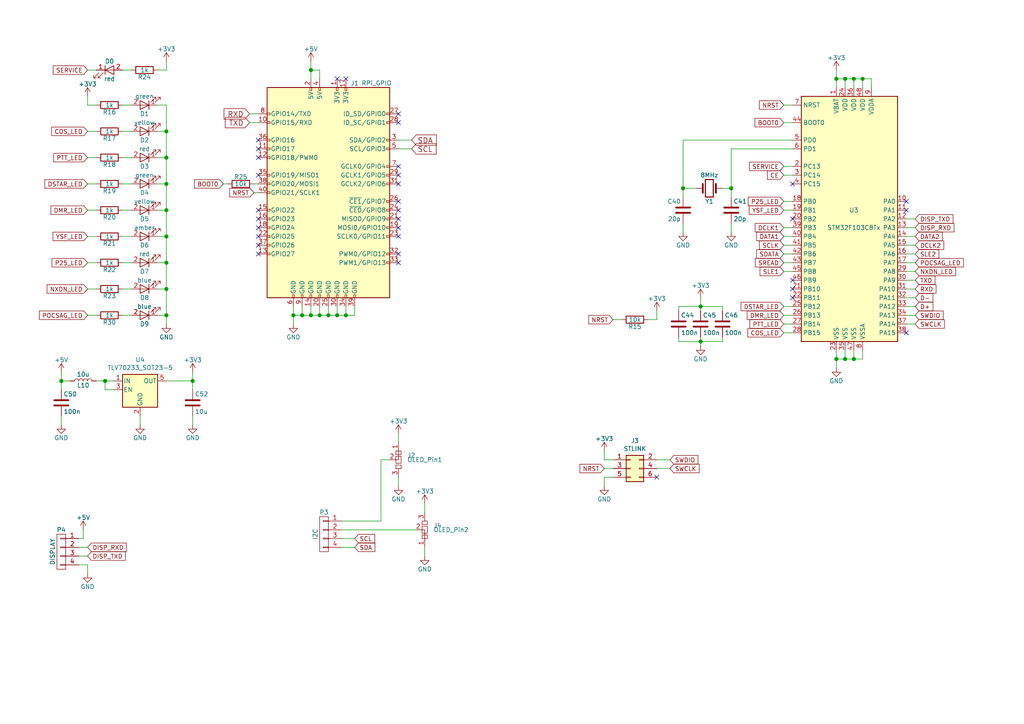
<source format=kicad_sch>
(kicad_sch (version 20200828) (generator eeschema)
  (page 2 2)
  (paper "A4")
  (title_block (title "MMDVM_HS_Dual_Hat") (date "2018-06-12") (rev "2.0") (company "DB9MAT+DF2ET+DO7EN"))
  (lib_symbols
    (symbol "Connector:Raspberry_Pi_2_3" (pin_names (offset 1.016))
      (property "Reference" "J" (at -17.78 31.75 0))
      (property "Value" "Raspberry_Pi_2_3" (at 10.16 -31.75 0))
      (symbol "Raspberry_Pi_2_3_1_1"
        (pin power_in line (at 2.54 33.02 270) (length 2.54) (name "3V3") (number "1"))
        (pin bidirectional line (at -20.32 20.32 0) (length 2.54) (name "GPIO15/RXD") (number "10"))
        (pin bidirectional line (at -20.32 12.7 0) (length 2.54) (name "GPIO17") (number "11"))
        (pin bidirectional line (at -20.32 10.16 0) (length 2.54) (name "GPIO18/PWM0") (number "12"))
        (pin bidirectional line (at -20.32 -17.78 0) (length 2.54) (name "GPIO27") (number "13"))
        (pin power_in line (at -5.08 -33.02 90) (length 2.54) (name "GND") (number "14"))
        (pin bidirectional line (at -20.32 -5.08 0) (length 2.54) (name "GPIO22") (number "15"))
        (pin bidirectional line (at -20.32 -7.62 0) (length 2.54) (name "GPIO23") (number "16"))
        (pin power_in line (at 5.08 33.02 270) (length 2.54) (name "3V3") (number "17"))
        (pin bidirectional line (at -20.32 -10.16 0) (length 2.54) (name "GPIO24") (number "18"))
        (pin bidirectional line (at 20.32 -10.16 180) (length 2.54) (name "MOSI0/GPIO10") (number "19"))
        (pin power_in line (at -5.08 33.02 270) (length 2.54) (name "5V") (number "2"))
        (pin power_in line (at -2.54 -33.02 90) (length 2.54) (name "GND") (number "20"))
        (pin bidirectional line (at 20.32 -7.62 180) (length 2.54) (name "MISO0/GPIO9") (number "21"))
        (pin bidirectional line (at -20.32 -12.7 0) (length 2.54) (name "GPIO25") (number "22"))
        (pin bidirectional line (at 20.32 -12.7 180) (length 2.54) (name "SCLK0/GPIO11") (number "23"))
        (pin bidirectional line (at 20.32 -5.08 180) (length 2.54) (name "~CE0~/GPIO8") (number "24"))
        (pin power_in line (at 0 -33.02 90) (length 2.54) (name "GND") (number "25"))
        (pin bidirectional line (at 20.32 -2.54 180) (length 2.54) (name "~CE1~/GPIO7") (number "26"))
        (pin bidirectional line (at 20.32 22.86 180) (length 2.54) (name "ID_SD/GPIO0") (number "27"))
        (pin bidirectional line (at 20.32 20.32 180) (length 2.54) (name "ID_SC/GPIO1") (number "28"))
        (pin bidirectional line (at 20.32 5.08 180) (length 2.54) (name "GCLK1/GPIO5") (number "29"))
        (pin bidirectional line (at 20.32 15.24 180) (length 2.54) (name "SDA/GPIO2") (number "3"))
        (pin power_in line (at 2.54 -33.02 90) (length 2.54) (name "GND") (number "30"))
        (pin bidirectional line (at 20.32 2.54 180) (length 2.54) (name "GCLK2/GPIO6") (number "31"))
        (pin bidirectional line (at 20.32 -17.78 180) (length 2.54) (name "PWM0/GPIO12") (number "32"))
        (pin bidirectional line (at 20.32 -20.32 180) (length 2.54) (name "PWM1/GPIO13") (number "33"))
        (pin power_in line (at 5.08 -33.02 90) (length 2.54) (name "GND") (number "34"))
        (pin bidirectional line (at -20.32 5.08 0) (length 2.54) (name "GPIO19/MISO1") (number "35"))
        (pin bidirectional line (at -20.32 15.24 0) (length 2.54) (name "GPIO16") (number "36"))
        (pin bidirectional line (at -20.32 -15.24 0) (length 2.54) (name "GPIO26") (number "37"))
        (pin bidirectional line (at -20.32 2.54 0) (length 2.54) (name "GPIO20/MOSI1") (number "38"))
        (pin power_in line (at 7.62 -33.02 90) (length 2.54) (name "GND") (number "39"))
        (pin power_in line (at -2.54 33.02 270) (length 2.54) (name "5V") (number "4"))
        (pin bidirectional line (at -20.32 0 0) (length 2.54) (name "GPIO21/SCLK1") (number "40"))
        (pin bidirectional line (at 20.32 12.7 180) (length 2.54) (name "SCL/GPIO3") (number "5"))
        (pin power_in line (at -10.16 -33.02 90) (length 2.54) (name "GND") (number "6"))
        (pin bidirectional line (at 20.32 7.62 180) (length 2.54) (name "GCLK0/GPIO4") (number "7"))
        (pin bidirectional line (at -20.32 22.86 0) (length 2.54) (name "GPIO14/TXD") (number "8"))
        (pin power_in line (at -7.62 -33.02 90) (length 2.54) (name "GND") (number "9"))
      )
    )
    (symbol "Connector_Generic:Conn_02x03_Odd_Even" (pin_names (offset 1.016) hide)
      (property "Reference" "J" (at 1.27 5.08 0))
      (property "Value" "Conn_02x03_Odd_Even" (at 1.27 -5.08 0))
      (symbol "Conn_02x03_Odd_Even_1_1"
        (pin passive line (at -5.08 2.54 0) (length 3.81) (name "Pin_1") (number "1"))
        (pin passive line (at 7.62 2.54 180) (length 3.81) (name "Pin_2") (number "2"))
        (pin passive line (at -5.08 0 0) (length 3.81) (name "Pin_3") (number "3"))
        (pin passive line (at 7.62 0 180) (length 3.81) (name "Pin_4") (number "4"))
        (pin passive line (at -5.08 -2.54 0) (length 3.81) (name "Pin_5") (number "5"))
        (pin passive line (at 7.62 -2.54 180) (length 3.81) (name "Pin_6") (number "6"))
      )
    )
    (symbol "MCU_ST_STM32F1:STM32F103C8Tx"
      (property "Reference" "U" (at -15.24 36.83 0))
      (property "Value" "STM32F103C8Tx" (at 7.62 36.83 0))
      (symbol "STM32F103C8Tx_1_1"
        (pin input line (at -17.78 27.94 0) (length 2.54) (name "BOOT0") (number "44"))
        (pin input line (at -17.78 33.02 0) (length 2.54) (name "NRST") (number "7"))
        (pin bidirectional line (at 15.24 5.08 180) (length 2.54) (name "PA0") (number "10"))
        (pin bidirectional line (at 15.24 2.54 180) (length 2.54) (name "PA1") (number "11"))
        (pin bidirectional line (at 15.24 -20.32 180) (length 2.54) (name "PA10") (number "31"))
        (pin bidirectional line (at 15.24 -22.86 180) (length 2.54) (name "PA11") (number "32"))
        (pin bidirectional line (at 15.24 -25.4 180) (length 2.54) (name "PA12") (number "33"))
        (pin bidirectional line (at 15.24 -27.94 180) (length 2.54) (name "PA13") (number "34"))
        (pin bidirectional line (at 15.24 -30.48 180) (length 2.54) (name "PA14") (number "37"))
        (pin bidirectional line (at 15.24 -33.02 180) (length 2.54) (name "PA15") (number "38"))
        (pin bidirectional line (at 15.24 0 180) (length 2.54) (name "PA2") (number "12"))
        (pin bidirectional line (at 15.24 -2.54 180) (length 2.54) (name "PA3") (number "13"))
        (pin bidirectional line (at 15.24 -5.08 180) (length 2.54) (name "PA4") (number "14"))
        (pin bidirectional line (at 15.24 -7.62 180) (length 2.54) (name "PA5") (number "15"))
        (pin bidirectional line (at 15.24 -10.16 180) (length 2.54) (name "PA6") (number "16"))
        (pin bidirectional line (at 15.24 -12.7 180) (length 2.54) (name "PA7") (number "17"))
        (pin bidirectional line (at 15.24 -15.24 180) (length 2.54) (name "PA8") (number "29"))
        (pin bidirectional line (at 15.24 -17.78 180) (length 2.54) (name "PA9") (number "30"))
        (pin bidirectional line (at -17.78 5.08 0) (length 2.54) (name "PB0") (number "18"))
        (pin bidirectional line (at -17.78 2.54 0) (length 2.54) (name "PB1") (number "19"))
        (pin bidirectional line (at -17.78 -20.32 0) (length 2.54) (name "PB10") (number "21"))
        (pin bidirectional line (at -17.78 -22.86 0) (length 2.54) (name "PB11") (number "22"))
        (pin bidirectional line (at -17.78 -25.4 0) (length 2.54) (name "PB12") (number "25"))
        (pin bidirectional line (at -17.78 -27.94 0) (length 2.54) (name "PB13") (number "26"))
        (pin bidirectional line (at -17.78 -30.48 0) (length 2.54) (name "PB14") (number "27"))
        (pin bidirectional line (at -17.78 -33.02 0) (length 2.54) (name "PB15") (number "28"))
        (pin bidirectional line (at -17.78 0 0) (length 2.54) (name "PB2") (number "20"))
        (pin bidirectional line (at -17.78 -2.54 0) (length 2.54) (name "PB3") (number "39"))
        (pin bidirectional line (at -17.78 -5.08 0) (length 2.54) (name "PB4") (number "40"))
        (pin bidirectional line (at -17.78 -7.62 0) (length 2.54) (name "PB5") (number "41"))
        (pin bidirectional line (at -17.78 -10.16 0) (length 2.54) (name "PB6") (number "42"))
        (pin bidirectional line (at -17.78 -12.7 0) (length 2.54) (name "PB7") (number "43"))
        (pin bidirectional line (at -17.78 -15.24 0) (length 2.54) (name "PB8") (number "45"))
        (pin bidirectional line (at -17.78 -17.78 0) (length 2.54) (name "PB9") (number "46"))
        (pin bidirectional line (at -17.78 15.24 0) (length 2.54) (name "PC13") (number "2"))
        (pin bidirectional line (at -17.78 12.7 0) (length 2.54) (name "PC14") (number "3"))
        (pin bidirectional line (at -17.78 10.16 0) (length 2.54) (name "PC15") (number "4"))
        (pin input line (at -17.78 22.86 0) (length 2.54) (name "PD0") (number "5"))
        (pin input line (at -17.78 20.32 0) (length 2.54) (name "PD1") (number "6"))
        (pin power_in line (at -5.08 38.1 270) (length 2.54) (name "VBAT") (number "1"))
        (pin power_in line (at -2.54 38.1 270) (length 2.54) (name "VDD") (number "24"))
        (pin power_in line (at 0 38.1 270) (length 2.54) (name "VDD") (number "36"))
        (pin power_in line (at 2.54 38.1 270) (length 2.54) (name "VDD") (number "48"))
        (pin power_in line (at 5.08 38.1 270) (length 2.54) (name "VDDA") (number "9"))
        (pin power_in line (at -5.08 -38.1 90) (length 2.54) (name "VSS") (number "23"))
        (pin power_in line (at -2.54 -38.1 90) (length 2.54) (name "VSS") (number "35"))
        (pin power_in line (at 0 -38.1 90) (length 2.54) (name "VSS") (number "47"))
        (pin power_in line (at 2.54 -38.1 90) (length 2.54) (name "VSSA") (number "8"))
      )
    )
    (symbol "Regulator_Linear:TLV70233_SOT23-5" (pin_names (offset 0.254))
      (property "Reference" "U" (at -3.81 5.715 0))
      (property "Value" "TLV70233_SOT23-5" (at 0 5.715 0))
      (symbol "TLV70233_SOT23-5_1_1"
        (pin power_in line (at -7.62 2.54 0) (length 2.54) (name "IN") (number "1"))
        (pin power_in line (at 0 -7.62 90) (length 2.54) (name "GND") (number "2"))
        (pin input line (at -7.62 0 0) (length 2.54) (name "EN") (number "3"))
        (pin unconnected line (at 5.08 0 180) (length 2.54) hide (name "NC") (number "4"))
        (pin power_out line (at 7.62 2.54 180) (length 2.54) (name "OUT") (number "5"))
      )
    )
    (symbol "mmdvm_hs_dual_hat-rescue:C-device-mmdvm_hs_dual_hat-rescue" (pin_numbers hide) (pin_names (offset 0.254))
      (property "Reference" "C" (at 0.635 2.54 0))
      (property "Value" "C-device-mmdvm_hs_dual_hat-rescue" (at 0.635 -2.54 0))
      (symbol "C-device-mmdvm_hs_dual_hat-rescue_1_1"
        (pin passive line (at 0 3.81 270) (length 2.794) (name "~") (number "1"))
        (pin passive line (at 0 -3.81 90) (length 2.794) (name "~") (number "2"))
      )
    )
    (symbol "mmdvm_hs_dual_hat-rescue:CONN_01X04-conn-mmdvm_hs_dual_hat-rescue" (pin_names (offset 1.016) hide)
      (property "Reference" "P" (at 0 6.35 0))
      (property "Value" "CONN_01X04-conn-mmdvm_hs_dual_hat-rescue" (at 2.54 0 90))
      (symbol "CONN_01X04-conn-mmdvm_hs_dual_hat-rescue_1_1"
        (pin passive line (at -5.08 3.81 0) (length 3.81) (name "P1") (number "1"))
        (pin passive line (at -5.08 1.27 0) (length 3.81) (name "P2") (number "2"))
        (pin passive line (at -5.08 -1.27 0) (length 3.81) (name "P3") (number "3"))
        (pin passive line (at -5.08 -3.81 0) (length 3.81) (name "P4") (number "4"))
      )
    )
    (symbol "mmdvm_hs_dual_hat-rescue:Crystal-device-mmdvm_hs_dual_hat-rescue" (pin_numbers hide) (pin_names (offset 1.016) hide)
      (property "Reference" "Y" (at 0 3.81 0))
      (property "Value" "Crystal-device-mmdvm_hs_dual_hat-rescue" (at 0 -3.81 0))
      (symbol "Crystal-device-mmdvm_hs_dual_hat-rescue_1_1"
        (pin passive line (at -3.81 0 0) (length 1.27) (name "1") (number "1"))
        (pin passive line (at 3.81 0 180) (length 1.27) (name "2") (number "2"))
      )
    )
    (symbol "mmdvm_hs_dual_hat-rescue:L-device-mmdvm_hs_dual_hat-rescue" (pin_numbers hide) (pin_names (offset 1.016) hide)
      (property "Reference" "L" (at -1.27 0 90))
      (property "Value" "L-device-mmdvm_hs_dual_hat-rescue" (at 1.905 0 90))
      (symbol "L-device-mmdvm_hs_dual_hat-rescue_1_1"
        (pin passive line (at 0 3.81 270) (length 1.27) (name "1") (number "1"))
        (pin passive line (at 0 -3.81 90) (length 1.27) (name "2") (number "2"))
      )
    )
    (symbol "mmdvm_hs_dual_hat-rescue:LED-RESCUE-mmdvm_hs-hat-RESCUE-mmdvm_hs_dual_hat-mmdvm_hs_dual_hat-rescue" (pin_names (offset 1.016) hide)
      (property "Reference" "D" (at 0 2.54 0))
      (property "Value" "LED-RESCUE-mmdvm_hs-hat-RESCUE-mmdvm_hs_dual_hat-mmdvm_hs_dual_hat-rescue" (at 0 -2.54 0))
      (symbol "LED-RESCUE-mmdvm_hs-hat-RESCUE-mmdvm_hs_dual_hat-mmdvm_hs_dual_hat-rescue_1_1"
        (pin passive line (at -3.81 0 0) (length 2.54) (name "K") (number "1"))
        (pin passive line (at 3.81 0 180) (length 2.54) (name "A") (number "2"))
      )
    )
    (symbol "mmdvm_hs_dual_hat-rescue:R-device-mmdvm_hs_dual_hat-rescue" (pin_numbers hide) (pin_names (offset 0))
      (property "Reference" "R" (at 2.032 0 90))
      (property "Value" "R-device-mmdvm_hs_dual_hat-rescue" (at 0 0 90))
      (symbol "R-device-mmdvm_hs_dual_hat-rescue_1_1"
        (pin passive line (at 0 3.81 270) (length 1.27) (name "~") (number "1"))
        (pin passive line (at 0 -3.81 90) (length 1.27) (name "~") (number "2"))
      )
    )
    (symbol "pkl_misc:pkl_double_jumper_ncno" (pin_names (offset 1.016))
      (property "Reference" "J" (at 0 -2.54 0))
      (property "Value" "pkl_double_jumper_ncno" (at 0 -5.08 0))
      (symbol "pkl_double_jumper_ncno_1_1"
        (pin passive line (at -5.08 0 0) (length 2.54) (name "~") (number "1"))
        (pin passive line (at 0 2.54 270) (length 1.27) (name "~") (number "2"))
        (pin passive line (at 5.08 0 180) (length 2.54) (name "~") (number "3"))
      )
    )
    (symbol "power:+3.3V" (power) (pin_names (offset 0))
      (property "Value" "+3.3V" (at 0 3.556 0))
      (symbol "+3.3V_1_1"
        (pin power_in line (at 0 0 90) (length 0) hide (name "+3V3") (number "1"))
      )
    )
    (symbol "power:+5V" (power) (pin_names (offset 0))
      (property "Value" "+5V" (at 0 3.556 0))
      (symbol "+5V_1_1"
        (pin power_in line (at 0 0 90) (length 0) hide (name "+5V") (number "1"))
      )
    )
    (symbol "power:GND" (power) (pin_names (offset 0))
      (property "Value" "GND" (at 0 -3.81 0))
      (symbol "GND_1_1"
        (pin power_in line (at 0 0 270) (length 0) hide (name "GND") (number "1"))
      )
    )
  )
  (junction (at 17.78 110.49) (diameter 1.016))
  (junction (at 30.48 110.49) (diameter 1.016))
  (junction (at 48.26 38.1) (diameter 1.016))
  (junction (at 48.26 45.72) (diameter 1.016))
  (junction (at 48.26 53.34) (diameter 1.016))
  (junction (at 48.26 60.96) (diameter 1.016))
  (junction (at 48.26 68.58) (diameter 1.016))
  (junction (at 48.26 76.2) (diameter 1.016))
  (junction (at 48.26 83.82) (diameter 1.016))
  (junction (at 48.26 91.44) (diameter 1.016))
  (junction (at 55.88 110.49) (diameter 1.016))
  (junction (at 85.09 91.44) (diameter 1.016))
  (junction (at 87.63 91.44) (diameter 1.016))
  (junction (at 90.17 20.32) (diameter 1.016))
  (junction (at 90.17 91.44) (diameter 1.016))
  (junction (at 92.71 91.44) (diameter 1.016))
  (junction (at 95.25 91.44) (diameter 1.016))
  (junction (at 97.79 91.44) (diameter 1.016))
  (junction (at 100.33 91.44) (diameter 1.016))
  (junction (at 198.12 54.61) (diameter 1.016))
  (junction (at 203.2 88.9) (diameter 1.016))
  (junction (at 203.2 99.06) (diameter 1.016))
  (junction (at 212.09 54.61) (diameter 1.016))
  (junction (at 242.57 22.86) (diameter 1.016))
  (junction (at 242.57 104.14) (diameter 1.016))
  (junction (at 245.11 22.86) (diameter 1.016))
  (junction (at 245.11 104.14) (diameter 1.016))
  (junction (at 247.65 22.86) (diameter 1.016))
  (junction (at 247.65 104.14) (diameter 1.016))
  (junction (at 250.19 22.86) (diameter 1.016))
  (no_connect (at 74.93 40.64))
  (no_connect (at 190.5 138.43))
  (no_connect (at 115.57 48.26))
  (no_connect (at 115.57 76.2))
  (no_connect (at 74.93 66.04))
  (no_connect (at 229.87 83.82))
  (no_connect (at 100.33 22.86))
  (no_connect (at 229.87 86.36))
  (no_connect (at 115.57 68.58))
  (no_connect (at 115.57 63.5))
  (no_connect (at 229.87 63.5))
  (no_connect (at 262.89 58.42))
  (no_connect (at 74.93 43.18))
  (no_connect (at 262.89 96.52))
  (no_connect (at 115.57 58.42))
  (no_connect (at 74.93 71.12))
  (no_connect (at 115.57 35.56))
  (no_connect (at 97.79 22.86))
  (no_connect (at 74.93 68.58))
  (no_connect (at 115.57 60.96))
  (no_connect (at 74.93 73.66))
  (no_connect (at 115.57 73.66))
  (no_connect (at 74.93 50.8))
  (no_connect (at 262.89 60.96))
  (no_connect (at 74.93 45.72))
  (no_connect (at 115.57 53.34))
  (no_connect (at 229.87 81.28))
  (no_connect (at 115.57 33.02))
  (no_connect (at 229.87 53.34))
  (no_connect (at 115.57 50.8))
  (no_connect (at 115.57 66.04))
  (no_connect (at 74.93 60.96))
  (no_connect (at 74.93 63.5))
  (wire (pts (xy 17.78 110.49) (xy 17.78 107.95)))
  (wire (pts (xy 17.78 110.49) (xy 20.32 110.49)))
  (wire (pts (xy 17.78 113.03) (xy 17.78 110.49)))
  (wire (pts (xy 17.78 120.65) (xy 17.78 123.19)))
  (wire (pts (xy 22.86 158.75) (xy 25.4 158.75)))
  (wire (pts (xy 22.86 161.29) (xy 25.4 161.29)))
  (wire (pts (xy 22.86 163.83) (xy 25.4 163.83)))
  (wire (pts (xy 24.13 153.67) (xy 24.13 156.21)))
  (wire (pts (xy 24.13 156.21) (xy 22.86 156.21)))
  (wire (pts (xy 25.4 20.32) (xy 27.94 20.32)))
  (wire (pts (xy 25.4 27.94) (xy 25.4 30.48)))
  (wire (pts (xy 25.4 30.48) (xy 27.94 30.48)))
  (wire (pts (xy 25.4 45.72) (xy 27.94 45.72)))
  (wire (pts (xy 25.4 60.96) (xy 27.94 60.96)))
  (wire (pts (xy 25.4 163.83) (xy 25.4 166.37)))
  (wire (pts (xy 27.94 38.1) (xy 25.4 38.1)))
  (wire (pts (xy 27.94 53.34) (xy 25.4 53.34)))
  (wire (pts (xy 27.94 68.58) (xy 25.4 68.58)))
  (wire (pts (xy 27.94 76.2) (xy 25.4 76.2)))
  (wire (pts (xy 27.94 83.82) (xy 25.4 83.82)))
  (wire (pts (xy 27.94 91.44) (xy 25.4 91.44)))
  (wire (pts (xy 27.94 110.49) (xy 30.48 110.49)))
  (wire (pts (xy 30.48 110.49) (xy 33.02 110.49)))
  (wire (pts (xy 30.48 113.03) (xy 30.48 110.49)))
  (wire (pts (xy 33.02 113.03) (xy 30.48 113.03)))
  (wire (pts (xy 35.56 20.32) (xy 38.1 20.32)))
  (wire (pts (xy 35.56 30.48) (xy 38.1 30.48)))
  (wire (pts (xy 35.56 38.1) (xy 38.1 38.1)))
  (wire (pts (xy 35.56 45.72) (xy 38.1 45.72)))
  (wire (pts (xy 38.1 53.34) (xy 35.56 53.34)))
  (wire (pts (xy 38.1 60.96) (xy 35.56 60.96)))
  (wire (pts (xy 38.1 68.58) (xy 35.56 68.58)))
  (wire (pts (xy 38.1 76.2) (xy 35.56 76.2)))
  (wire (pts (xy 38.1 83.82) (xy 35.56 83.82)))
  (wire (pts (xy 38.1 91.44) (xy 35.56 91.44)))
  (wire (pts (xy 40.64 120.65) (xy 40.64 123.19)))
  (wire (pts (xy 45.72 20.32) (xy 48.26 20.32)))
  (wire (pts (xy 45.72 83.82) (xy 48.26 83.82)))
  (wire (pts (xy 45.72 91.44) (xy 48.26 91.44)))
  (wire (pts (xy 48.26 20.32) (xy 48.26 17.78)))
  (wire (pts (xy 48.26 30.48) (xy 45.72 30.48)))
  (wire (pts (xy 48.26 30.48) (xy 48.26 38.1)))
  (wire (pts (xy 48.26 38.1) (xy 45.72 38.1)))
  (wire (pts (xy 48.26 38.1) (xy 48.26 45.72)))
  (wire (pts (xy 48.26 45.72) (xy 45.72 45.72)))
  (wire (pts (xy 48.26 45.72) (xy 48.26 53.34)))
  (wire (pts (xy 48.26 53.34) (xy 45.72 53.34)))
  (wire (pts (xy 48.26 53.34) (xy 48.26 60.96)))
  (wire (pts (xy 48.26 60.96) (xy 45.72 60.96)))
  (wire (pts (xy 48.26 60.96) (xy 48.26 68.58)))
  (wire (pts (xy 48.26 68.58) (xy 45.72 68.58)))
  (wire (pts (xy 48.26 68.58) (xy 48.26 76.2)))
  (wire (pts (xy 48.26 76.2) (xy 45.72 76.2)))
  (wire (pts (xy 48.26 76.2) (xy 48.26 83.82)))
  (wire (pts (xy 48.26 83.82) (xy 48.26 91.44)))
  (wire (pts (xy 48.26 91.44) (xy 48.26 93.98)))
  (wire (pts (xy 48.26 110.49) (xy 55.88 110.49)))
  (wire (pts (xy 55.88 107.95) (xy 55.88 110.49)))
  (wire (pts (xy 55.88 110.49) (xy 55.88 113.03)))
  (wire (pts (xy 55.88 120.65) (xy 55.88 123.19)))
  (wire (pts (xy 66.04 53.34) (xy 64.77 53.34)))
  (wire (pts (xy 74.93 33.02) (xy 72.39 33.02)))
  (wire (pts (xy 74.93 35.56) (xy 72.39 35.56)))
  (wire (pts (xy 74.93 53.34) (xy 73.66 53.34)))
  (wire (pts (xy 74.93 55.88) (xy 73.66 55.88)))
  (wire (pts (xy 85.09 88.9) (xy 85.09 91.44)))
  (wire (pts (xy 85.09 91.44) (xy 85.09 93.98)))
  (wire (pts (xy 85.09 91.44) (xy 87.63 91.44)))
  (wire (pts (xy 87.63 88.9) (xy 87.63 91.44)))
  (wire (pts (xy 87.63 91.44) (xy 90.17 91.44)))
  (wire (pts (xy 90.17 17.78) (xy 90.17 20.32)))
  (wire (pts (xy 90.17 20.32) (xy 90.17 22.86)))
  (wire (pts (xy 90.17 20.32) (xy 92.71 20.32)))
  (wire (pts (xy 90.17 88.9) (xy 90.17 91.44)))
  (wire (pts (xy 90.17 91.44) (xy 92.71 91.44)))
  (wire (pts (xy 92.71 20.32) (xy 92.71 22.86)))
  (wire (pts (xy 92.71 88.9) (xy 92.71 91.44)))
  (wire (pts (xy 92.71 91.44) (xy 95.25 91.44)))
  (wire (pts (xy 95.25 88.9) (xy 95.25 91.44)))
  (wire (pts (xy 95.25 91.44) (xy 97.79 91.44)))
  (wire (pts (xy 97.79 88.9) (xy 97.79 91.44)))
  (wire (pts (xy 97.79 91.44) (xy 100.33 91.44)))
  (wire (pts (xy 99.06 151.13) (xy 110.49 151.13)))
  (wire (pts (xy 99.06 153.67) (xy 120.65 153.67)))
  (wire (pts (xy 99.06 156.21) (xy 102.87 156.21)))
  (wire (pts (xy 99.06 158.75) (xy 102.87 158.75)))
  (wire (pts (xy 100.33 88.9) (xy 100.33 91.44)))
  (wire (pts (xy 100.33 91.44) (xy 102.87 91.44)))
  (wire (pts (xy 102.87 91.44) (xy 102.87 88.9)))
  (wire (pts (xy 110.49 133.35) (xy 110.49 151.13)))
  (wire (pts (xy 113.03 133.35) (xy 110.49 133.35)))
  (wire (pts (xy 115.57 40.64) (xy 119.38 40.64)))
  (wire (pts (xy 115.57 43.18) (xy 119.38 43.18)))
  (wire (pts (xy 115.57 125.73) (xy 115.57 128.27)))
  (wire (pts (xy 115.57 138.43) (xy 115.57 140.97)))
  (wire (pts (xy 123.19 146.05) (xy 123.19 148.59)))
  (wire (pts (xy 123.19 158.75) (xy 123.19 161.29)))
  (wire (pts (xy 175.26 133.35) (xy 175.26 130.81)))
  (wire (pts (xy 175.26 135.89) (xy 177.8 135.89)))
  (wire (pts (xy 175.26 138.43) (xy 175.26 140.97)))
  (wire (pts (xy 177.8 92.71) (xy 180.34 92.71)))
  (wire (pts (xy 177.8 133.35) (xy 175.26 133.35)))
  (wire (pts (xy 177.8 138.43) (xy 175.26 138.43)))
  (wire (pts (xy 187.96 92.71) (xy 190.5 92.71)))
  (wire (pts (xy 190.5 92.71) (xy 190.5 90.17)))
  (wire (pts (xy 190.5 133.35) (xy 194.31 133.35)))
  (wire (pts (xy 190.5 135.89) (xy 194.31 135.89)))
  (wire (pts (xy 196.85 88.9) (xy 196.85 90.17)))
  (wire (pts (xy 196.85 88.9) (xy 203.2 88.9)))
  (wire (pts (xy 196.85 97.79) (xy 196.85 99.06)))
  (wire (pts (xy 196.85 99.06) (xy 203.2 99.06)))
  (wire (pts (xy 198.12 40.64) (xy 229.87 40.64)))
  (wire (pts (xy 198.12 54.61) (xy 198.12 40.64)))
  (wire (pts (xy 198.12 57.15) (xy 198.12 54.61)))
  (wire (pts (xy 198.12 64.77) (xy 198.12 67.31)))
  (wire (pts (xy 201.93 54.61) (xy 198.12 54.61)))
  (wire (pts (xy 203.2 86.36) (xy 203.2 88.9)))
  (wire (pts (xy 203.2 88.9) (xy 203.2 90.17)))
  (wire (pts (xy 203.2 88.9) (xy 209.55 88.9)))
  (wire (pts (xy 203.2 97.79) (xy 203.2 99.06)))
  (wire (pts (xy 203.2 99.06) (xy 203.2 100.33)))
  (wire (pts (xy 203.2 99.06) (xy 209.55 99.06)))
  (wire (pts (xy 209.55 54.61) (xy 212.09 54.61)))
  (wire (pts (xy 209.55 88.9) (xy 209.55 90.17)))
  (wire (pts (xy 209.55 99.06) (xy 209.55 97.79)))
  (wire (pts (xy 212.09 43.18) (xy 212.09 54.61)))
  (wire (pts (xy 212.09 43.18) (xy 229.87 43.18)))
  (wire (pts (xy 212.09 54.61) (xy 212.09 57.15)))
  (wire (pts (xy 212.09 64.77) (xy 212.09 67.31)))
  (wire (pts (xy 227.33 30.48) (xy 229.87 30.48)))
  (wire (pts (xy 227.33 35.56) (xy 229.87 35.56)))
  (wire (pts (xy 227.33 48.26) (xy 229.87 48.26)))
  (wire (pts (xy 227.33 50.8) (xy 229.87 50.8)))
  (wire (pts (xy 227.33 66.04) (xy 229.87 66.04)))
  (wire (pts (xy 227.33 68.58) (xy 229.87 68.58)))
  (wire (pts (xy 227.33 71.12) (xy 229.87 71.12)))
  (wire (pts (xy 227.33 73.66) (xy 229.87 73.66)))
  (wire (pts (xy 227.33 76.2) (xy 229.87 76.2)))
  (wire (pts (xy 227.33 78.74) (xy 229.87 78.74)))
  (wire (pts (xy 227.33 88.9) (xy 229.87 88.9)))
  (wire (pts (xy 227.33 91.44) (xy 229.87 91.44)))
  (wire (pts (xy 227.33 93.98) (xy 229.87 93.98)))
  (wire (pts (xy 227.33 96.52) (xy 229.87 96.52)))
  (wire (pts (xy 229.87 58.42) (xy 227.33 58.42)))
  (wire (pts (xy 229.87 60.96) (xy 227.33 60.96)))
  (wire (pts (xy 242.57 20.32) (xy 242.57 22.86)))
  (wire (pts (xy 242.57 22.86) (xy 245.11 22.86)))
  (wire (pts (xy 242.57 25.4) (xy 242.57 22.86)))
  (wire (pts (xy 242.57 101.6) (xy 242.57 104.14)))
  (wire (pts (xy 242.57 104.14) (xy 242.57 106.68)))
  (wire (pts (xy 242.57 104.14) (xy 245.11 104.14)))
  (wire (pts (xy 245.11 22.86) (xy 247.65 22.86)))
  (wire (pts (xy 245.11 25.4) (xy 245.11 22.86)))
  (wire (pts (xy 245.11 101.6) (xy 245.11 104.14)))
  (wire (pts (xy 245.11 104.14) (xy 247.65 104.14)))
  (wire (pts (xy 247.65 22.86) (xy 250.19 22.86)))
  (wire (pts (xy 247.65 25.4) (xy 247.65 22.86)))
  (wire (pts (xy 247.65 101.6) (xy 247.65 104.14)))
  (wire (pts (xy 247.65 104.14) (xy 250.19 104.14)))
  (wire (pts (xy 250.19 22.86) (xy 252.73 22.86)))
  (wire (pts (xy 250.19 25.4) (xy 250.19 22.86)))
  (wire (pts (xy 250.19 104.14) (xy 250.19 101.6)))
  (wire (pts (xy 252.73 22.86) (xy 252.73 25.4)))
  (wire (pts (xy 262.89 63.5) (xy 265.43 63.5)))
  (wire (pts (xy 262.89 66.04) (xy 265.43 66.04)))
  (wire (pts (xy 262.89 68.58) (xy 265.43 68.58)))
  (wire (pts (xy 262.89 73.66) (xy 265.43 73.66)))
  (wire (pts (xy 262.89 76.2) (xy 265.43 76.2)))
  (wire (pts (xy 262.89 78.74) (xy 265.43 78.74)))
  (wire (pts (xy 262.89 81.28) (xy 265.43 81.28)))
  (wire (pts (xy 262.89 83.82) (xy 265.43 83.82)))
  (wire (pts (xy 262.89 86.36) (xy 265.43 86.36)))
  (wire (pts (xy 262.89 88.9) (xy 265.43 88.9)))
  (wire (pts (xy 262.89 91.44) (xy 265.43 91.44)))
  (wire (pts (xy 262.89 93.98) (xy 265.43 93.98)))
  (wire (pts (xy 265.43 71.12) (xy 262.89 71.12)))
  (global_label "SERVICE" (shape input) (at 25.4 20.32 180) (effects (font (size 1.2446 1.2446))))
  (global_label "COS_LED" (shape input) (at 25.4 38.1 180) (effects (font (size 1.2446 1.2446))))
  (global_label "PTT_LED" (shape input) (at 25.4 45.72 180) (effects (font (size 1.2446 1.2446))))
  (global_label "DSTAR_LED" (shape input) (at 25.4 53.34 180) (effects (font (size 1.2446 1.2446))))
  (global_label "DMR_LED" (shape input) (at 25.4 60.96 180) (effects (font (size 1.2446 1.2446))))
  (global_label "YSF_LED" (shape input) (at 25.4 68.58 180) (effects (font (size 1.2446 1.2446))))
  (global_label "P25_LED" (shape input) (at 25.4 76.2 180) (effects (font (size 1.2446 1.2446))))
  (global_label "NXDN_LED" (shape input) (at 25.4 83.82 180) (effects (font (size 1.2446 1.2446))))
  (global_label "POCSAG_LED" (shape input) (at 25.4 91.44 180) (effects (font (size 1.2446 1.2446))))
  (global_label "DISP_RXD" (shape input) (at 25.4 158.75 0) (effects (font (size 1.2446 1.2446))))
  (global_label "DISP_TXD" (shape input) (at 25.4 161.29 0) (effects (font (size 1.2446 1.2446))))
  (global_label "BOOT0" (shape input) (at 64.77 53.34 180) (effects (font (size 1.2446 1.2446))))
  (global_label "RXD" (shape input) (at 72.39 33.02 180) (effects (font (size 1.524 1.524))))
  (global_label "TXD" (shape input) (at 72.39 35.56 180) (effects (font (size 1.524 1.524))))
  (global_label "NRST" (shape input) (at 73.66 55.88 180) (effects (font (size 1.2446 1.2446))))
  (global_label "SCL" (shape input) (at 102.87 156.21 0) (effects (font (size 1.2446 1.2446))))
  (global_label "SDA" (shape input) (at 102.87 158.75 0) (effects (font (size 1.2446 1.2446))))
  (global_label "SDA" (shape input) (at 119.38 40.64 0) (effects (font (size 1.524 1.524))))
  (global_label "SCL" (shape input) (at 119.38 43.18 0) (effects (font (size 1.524 1.524))))
  (global_label "NRST" (shape input) (at 175.26 135.89 180) (effects (font (size 1.2446 1.2446))))
  (global_label "NRST" (shape input) (at 177.8 92.71 180) (effects (font (size 1.2446 1.2446))))
  (global_label "SWDIO" (shape input) (at 194.31 133.35 0) (effects (font (size 1.2446 1.2446))))
  (global_label "SWCLK" (shape input) (at 194.31 135.89 0) (effects (font (size 1.2446 1.2446))))
  (global_label "NRST" (shape input) (at 227.33 30.48 180) (effects (font (size 1.2446 1.2446))))
  (global_label "BOOT0" (shape input) (at 227.33 35.56 180) (effects (font (size 1.2446 1.2446))))
  (global_label "SERVICE" (shape input) (at 227.33 48.26 180) (effects (font (size 1.2446 1.2446))))
  (global_label "CE" (shape input) (at 227.33 50.8 180) (effects (font (size 1.2446 1.2446))))
  (global_label "P25_LED" (shape input) (at 227.33 58.42 180) (effects (font (size 1.2446 1.2446))))
  (global_label "YSF_LED" (shape input) (at 227.33 60.96 180) (effects (font (size 1.2446 1.2446))))
  (global_label "DCLK1" (shape input) (at 227.33 66.04 180) (effects (font (size 1.2446 1.2446))))
  (global_label "DATA1" (shape input) (at 227.33 68.58 180) (effects (font (size 1.2446 1.2446))))
  (global_label "SCLK" (shape input) (at 227.33 71.12 180) (effects (font (size 1.2446 1.2446))))
  (global_label "SDATA" (shape input) (at 227.33 73.66 180) (effects (font (size 1.2446 1.2446))))
  (global_label "SREAD" (shape input) (at 227.33 76.2 180) (effects (font (size 1.2446 1.2446))))
  (global_label "SLE1" (shape input) (at 227.33 78.74 180) (effects (font (size 1.2446 1.2446))))
  (global_label "DSTAR_LED" (shape input) (at 227.33 88.9 180) (effects (font (size 1.2446 1.2446))))
  (global_label "DMR_LED" (shape input) (at 227.33 91.44 180) (effects (font (size 1.2446 1.2446))))
  (global_label "PTT_LED" (shape input) (at 227.33 93.98 180) (effects (font (size 1.2446 1.2446))))
  (global_label "COS_LED" (shape input) (at 227.33 96.52 180) (effects (font (size 1.2446 1.2446))))
  (global_label "DISP_TXD" (shape input) (at 265.43 63.5 0) (effects (font (size 1.2446 1.2446))))
  (global_label "DISP_RXD" (shape input) (at 265.43 66.04 0) (effects (font (size 1.2446 1.2446))))
  (global_label "DATA2" (shape input) (at 265.43 68.58 0) (effects (font (size 1.2446 1.2446))))
  (global_label "DCLK2" (shape input) (at 265.43 71.12 0) (effects (font (size 1.2446 1.2446))))
  (global_label "SLE2" (shape input) (at 265.43 73.66 0) (effects (font (size 1.2446 1.2446))))
  (global_label "POCSAG_LED" (shape input) (at 265.43 76.2 0) (effects (font (size 1.2446 1.2446))))
  (global_label "NXDN_LED" (shape input) (at 265.43 78.74 0) (effects (font (size 1.2446 1.2446))))
  (global_label "TXD" (shape input) (at 265.43 81.28 0) (effects (font (size 1.2446 1.2446))))
  (global_label "RXD" (shape input) (at 265.43 83.82 0) (effects (font (size 1.2446 1.2446))))
  (global_label "D-" (shape input) (at 265.43 86.36 0) (effects (font (size 1.2446 1.2446))))
  (global_label "D+" (shape input) (at 265.43 88.9 0) (effects (font (size 1.2446 1.2446))))
  (global_label "SWDIO" (shape input) (at 265.43 91.44 0) (effects (font (size 1.2446 1.2446))))
  (global_label "SWCLK" (shape input) (at 265.43 93.98 0) (effects (font (size 1.2446 1.2446))))
  (symbol (lib_id "power:+5V") (at 17.78 107.95 0) (unit 1)
    (property "Reference" "#PWR0102" (effects hide))
    (property "Value" "+5V" (at 17.78 104.394 0))
  )
  (symbol (lib_id "power:+5V") (at 24.13 153.67 0) (unit 1)
    (property "Reference" "#PWR022" (effects hide))
    (property "Value" "+5V" (at 24.13 150.114 0))
  )
  (symbol (lib_id "power:+3.3V") (at 25.4 27.94 0) (unit 1)
    (property "Reference" "#PWR080" (effects hide))
    (property "Value" "+3.3V" (at 25.4 24.384 0))
  )
  (symbol (lib_id "power:+3.3V") (at 48.26 17.78 0) (unit 1)
    (property "Reference" "#PWR083" (effects hide))
    (property "Value" "+3.3V" (at 48.26 14.224 0))
  )
  (symbol (lib_id "power:+3.3V") (at 55.88 107.95 0) (unit 1)
    (property "Reference" "#PWR0109" (effects hide))
    (property "Value" "+3.3V" (at 55.88 104.394 0))
  )
  (symbol (lib_id "power:+5V") (at 90.17 17.78 0) (unit 1)
    (property "Reference" "#PWR087" (effects hide))
    (property "Value" "+5V" (at 90.17 14.224 0))
  )
  (symbol (lib_id "power:+3.3V") (at 115.57 125.73 0) (unit 1)
    (property "Reference" "#PWR053" (effects hide))
    (property "Value" "+3.3V" (at 115.57 122.174 0))
  )
  (symbol (lib_id "power:+3.3V") (at 123.19 146.05 0) (unit 1)
    (property "Reference" "#PWR01" (effects hide))
    (property "Value" "+3.3V" (at 123.19 142.494 0))
  )
  (symbol (lib_id "power:+3.3V") (at 175.26 130.81 0) (mirror y) (unit 1)
    (property "Reference" "#PWR061" (effects hide))
    (property "Value" "+3.3V" (at 175.26 127.254 0))
  )
  (symbol (lib_id "power:+3.3V") (at 190.5 90.17 0) (mirror y) (unit 1)
    (property "Reference" "#PWR078" (effects hide))
    (property "Value" "+3.3V" (at 190.5 86.614 0))
  )
  (symbol (lib_id "power:+3.3V") (at 203.2 86.36 0) (unit 1)
    (property "Reference" "#PWR081" (effects hide))
    (property "Value" "+3.3V" (at 203.2 82.804 0))
  )
  (symbol (lib_id "power:+3.3V") (at 242.57 20.32 0) (unit 1)
    (property "Reference" "#PWR0108" (effects hide))
    (property "Value" "+3.3V" (at 242.57 16.764 0))
  )
  (symbol (lib_id "mmdvm_hs_dual_hat-rescue:L-device-mmdvm_hs_dual_hat-rescue") (at 24.13 110.49 90) (unit 1)
    (property "Reference" "L10" (at 24.13 111.76 90))
    (property "Value" "10u" (at 24.13 108.585 90))
    (property "Footprint" "pkl_dipol:L_0402" (effects hide))
    (property "Datasheet" "http://www.mouser.com/ds/2/445/74279277-372706.pdf" (effects hide))
    (property "MFR" "Wurth Electronics" (effects hide))
    (property "MPN" "74279277" (effects hide))
    (property "SPR" "Mouser" (effects hide))
    (property "SPN" "710-74279277" (effects hide))
  )
  (symbol (lib_id "power:GND") (at 17.78 123.19 0) (unit 1)
    (property "Reference" "#PWR0107" (effects hide))
    (property "Value" "GND" (at 17.78 127 0))
  )
  (symbol (lib_id "power:GND") (at 25.4 166.37 0) (unit 1)
    (property "Reference" "#PWR09" (effects hide))
    (property "Value" "GND" (at 25.4 170.18 0))
  )
  (symbol (lib_id "power:GND") (at 40.64 123.19 0) (unit 1)
    (property "Reference" "#PWR0103" (effects hide))
    (property "Value" "GND" (at 40.64 127 0))
  )
  (symbol (lib_id "power:GND") (at 48.26 93.98 0) (unit 1)
    (property "Reference" "#PWR084" (effects hide))
    (property "Value" "GND" (at 48.26 97.79 0))
  )
  (symbol (lib_id "power:GND") (at 55.88 123.19 0) (unit 1)
    (property "Reference" "#PWR0110" (effects hide))
    (property "Value" "GND" (at 55.88 127 0))
  )
  (symbol (lib_id "power:GND") (at 85.09 93.98 0) (unit 1)
    (property "Reference" "#PWR086" (effects hide))
    (property "Value" "GND" (at 85.09 97.79 0))
  )
  (symbol (lib_id "power:GND") (at 115.57 140.97 0) (unit 1)
    (property "Reference" "#PWR023" (effects hide))
    (property "Value" "GND" (at 115.57 144.78 0))
  )
  (symbol (lib_id "power:GND") (at 123.19 161.29 0) (unit 1)
    (property "Reference" "#PWR02" (effects hide))
    (property "Value" "GND" (at 123.19 165.1 0))
  )
  (symbol (lib_id "power:GND") (at 175.26 140.97 0) (unit 1)
    (property "Reference" "#PWR056" (effects hide))
    (property "Value" "GND" (at 175.26 144.78 0))
  )
  (symbol (lib_id "power:GND") (at 198.12 67.31 0) (unit 1)
    (property "Reference" "#PWR0111" (effects hide))
    (property "Value" "GND" (at 198.12 71.12 0))
  )
  (symbol (lib_id "power:GND") (at 203.2 100.33 0) (unit 1)
    (property "Reference" "#PWR082" (effects hide))
    (property "Value" "GND" (at 203.2 104.14 0))
  )
  (symbol (lib_id "power:GND") (at 212.09 67.31 0) (unit 1)
    (property "Reference" "#PWR0112" (effects hide))
    (property "Value" "GND" (at 212.09 71.12 0))
  )
  (symbol (lib_id "power:GND") (at 242.57 106.68 0) (unit 1)
    (property "Reference" "#PWR0101" (effects hide))
    (property "Value" "GND" (at 242.57 110.49 0))
  )
  (symbol (lib_id "mmdvm_hs_dual_hat-rescue:R-device-mmdvm_hs_dual_hat-rescue") (at 31.75 30.48 270) (unit 1)
    (property "Reference" "R16" (at 31.75 32.512 90))
    (property "Value" "1k" (at 31.75 30.48 90))
    (property "Footprint" "pkl_dipol:R_0402" (effects hide))
    (property "Datasheet" "https://www.mouser.com/ds/2/427/rcse3-1013761.pdf" (effects hide))
    (property "MFR" "Vishay" (effects hide))
    (property "MPN" "RCS04021K00JNED" (effects hide))
    (property "SPR" "Mouser" (effects hide))
    (property "SPN" "71-RCS04021K00JNED" (effects hide))
  )
  (symbol (lib_id "mmdvm_hs_dual_hat-rescue:R-device-mmdvm_hs_dual_hat-rescue") (at 31.75 38.1 270) (unit 1)
    (property "Reference" "R17" (at 31.75 40.132 90))
    (property "Value" "1k" (at 31.75 38.1 90))
    (property "Footprint" "pkl_dipol:R_0402" (effects hide))
    (property "Datasheet" "https://www.mouser.com/ds/2/427/rcse3-1013761.pdf" (effects hide))
    (property "MFR" "Vishay" (effects hide))
    (property "MPN" "RCS04021K00JNED" (effects hide))
    (property "SPR" "Mouser" (effects hide))
    (property "SPN" "71-RCS04021K00JNED" (effects hide))
  )
  (symbol (lib_id "mmdvm_hs_dual_hat-rescue:R-device-mmdvm_hs_dual_hat-rescue") (at 31.75 45.72 270) (unit 1)
    (property "Reference" "R18" (at 31.75 47.752 90))
    (property "Value" "1k" (at 31.75 45.72 90))
    (property "Footprint" "pkl_dipol:R_0402" (effects hide))
    (property "Datasheet" "https://www.mouser.com/ds/2/427/rcse3-1013761.pdf" (effects hide))
    (property "MFR" "Vishay" (effects hide))
    (property "MPN" "RCS04021K00JNED" (effects hide))
    (property "SPR" "Mouser" (effects hide))
    (property "SPN" "71-RCS04021K00JNED" (effects hide))
  )
  (symbol (lib_id "mmdvm_hs_dual_hat-rescue:R-device-mmdvm_hs_dual_hat-rescue") (at 31.75 53.34 270) (unit 1)
    (property "Reference" "R19" (at 31.75 55.372 90))
    (property "Value" "1k" (at 31.75 53.34 90))
    (property "Footprint" "pkl_dipol:R_0402" (effects hide))
    (property "Datasheet" "https://www.mouser.com/ds/2/427/rcse3-1013761.pdf" (effects hide))
    (property "MFR" "Vishay" (effects hide))
    (property "MPN" "RCS04021K00JNED" (effects hide))
    (property "SPR" "Mouser" (effects hide))
    (property "SPN" "71-RCS04021K00JNED" (effects hide))
  )
  (symbol (lib_id "mmdvm_hs_dual_hat-rescue:R-device-mmdvm_hs_dual_hat-rescue") (at 31.75 60.96 270) (unit 1)
    (property "Reference" "R20" (at 31.75 62.992 90))
    (property "Value" "1k" (at 31.75 60.96 90))
    (property "Footprint" "pkl_dipol:R_0402" (effects hide))
    (property "Datasheet" "https://www.mouser.com/ds/2/427/rcse3-1013761.pdf" (effects hide))
    (property "MFR" "Vishay" (effects hide))
    (property "MPN" "RCS04021K00JNED" (effects hide))
    (property "SPR" "Mouser" (effects hide))
    (property "SPN" "71-RCS04021K00JNED" (effects hide))
  )
  (symbol (lib_id "mmdvm_hs_dual_hat-rescue:R-device-mmdvm_hs_dual_hat-rescue") (at 31.75 68.58 270) (unit 1)
    (property "Reference" "R21" (at 31.75 70.612 90))
    (property "Value" "1k" (at 31.75 68.58 90))
    (property "Footprint" "pkl_dipol:R_0402" (effects hide))
    (property "Datasheet" "https://www.mouser.com/ds/2/427/rcse3-1013761.pdf" (effects hide))
    (property "MFR" "Vishay" (effects hide))
    (property "MPN" "RCS04021K00JNED" (effects hide))
    (property "SPR" "Mouser" (effects hide))
    (property "SPN" "71-RCS04021K00JNED" (effects hide))
  )
  (symbol (lib_id "mmdvm_hs_dual_hat-rescue:R-device-mmdvm_hs_dual_hat-rescue") (at 31.75 76.2 270) (unit 1)
    (property "Reference" "R22" (at 31.75 78.232 90))
    (property "Value" "1k" (at 31.75 76.2 90))
    (property "Footprint" "pkl_dipol:R_0402" (effects hide))
    (property "Datasheet" "https://www.mouser.com/ds/2/427/rcse3-1013761.pdf" (effects hide))
    (property "MFR" "Vishay" (effects hide))
    (property "MPN" "RCS04021K00JNED" (effects hide))
    (property "SPR" "Mouser" (effects hide))
    (property "SPN" "71-RCS04021K00JNED" (effects hide))
  )
  (symbol (lib_id "mmdvm_hs_dual_hat-rescue:R-device-mmdvm_hs_dual_hat-rescue") (at 31.75 83.82 270) (unit 1)
    (property "Reference" "R23" (at 31.75 85.852 90))
    (property "Value" "1k" (at 31.75 83.82 90))
    (property "Footprint" "pkl_dipol:R_0402" (effects hide))
    (property "Datasheet" "https://www.mouser.com/ds/2/427/rcse3-1013761.pdf" (effects hide))
    (property "MFR" "Vishay" (effects hide))
    (property "MPN" "RCS04021K00JNED" (effects hide))
    (property "SPR" "Mouser" (effects hide))
    (property "SPN" "71-RCS04021K00JNED" (effects hide))
  )
  (symbol (lib_id "mmdvm_hs_dual_hat-rescue:R-device-mmdvm_hs_dual_hat-rescue") (at 31.75 91.44 270) (unit 1)
    (property "Reference" "R30" (at 31.75 93.472 90))
    (property "Value" "1k" (at 31.75 91.44 90))
    (property "Footprint" "pkl_dipol:R_0402" (effects hide))
    (property "Datasheet" "https://www.mouser.com/ds/2/427/rcse3-1013761.pdf" (effects hide))
    (property "MFR" "Vishay" (effects hide))
    (property "MPN" "RCS04021K00JNED" (effects hide))
    (property "SPR" "Mouser" (effects hide))
    (property "SPN" "71-RCS04021K00JNED" (effects hide))
  )
  (symbol (lib_id "mmdvm_hs_dual_hat-rescue:R-device-mmdvm_hs_dual_hat-rescue") (at 41.91 20.32 270) (unit 1)
    (property "Reference" "R24" (at 41.91 22.352 90))
    (property "Value" "1k" (at 41.91 20.32 90))
    (property "Footprint" "pkl_dipol:R_0402" (effects hide))
    (property "Datasheet" "https://www.mouser.com/ds/2/427/rcse3-1013761.pdf" (effects hide))
    (property "MFR" "Vishay" (effects hide))
    (property "MPN" "RCS04021K00JNED" (effects hide))
    (property "SPR" "Mouser" (effects hide))
    (property "SPN" "71-RCS04021K00JNED" (effects hide))
  )
  (symbol (lib_id "mmdvm_hs_dual_hat-rescue:R-device-mmdvm_hs_dual_hat-rescue") (at 69.85 53.34 90) (unit 1)
    (property "Reference" "R25" (at 69.85 51.308 90))
    (property "Value" "10k" (at 69.85 53.34 90))
    (property "Footprint" "pkl_dipol:R_0402" (effects hide))
    (property "Datasheet" "https://www.mouser.com/ds/2/427/crcwce3-1223726.pdf" (effects hide))
    (property "MFR" "Vishay" (effects hide))
    (property "MPN" "CRCW040210K0JNEDC" (effects hide))
    (property "SPR" "Mouser" (effects hide))
    (property "SPN" "71-CRCW040210K0JNEDC" (effects hide))
  )
  (symbol (lib_id "mmdvm_hs_dual_hat-rescue:R-device-mmdvm_hs_dual_hat-rescue") (at 184.15 92.71 90) (mirror x) (unit 1)
    (property "Reference" "R15" (at 184.15 94.742 90))
    (property "Value" "10k" (at 184.15 92.71 90))
    (property "Footprint" "pkl_dipol:R_0402" (effects hide))
    (property "Datasheet" "https://www.mouser.com/ds/2/427/crcwce3-1223726.pdf" (effects hide))
    (property "MFR" "Vishay" (effects hide))
    (property "MPN" "CRCW040210K0JNEDC" (effects hide))
    (property "SPR" "Mouser" (effects hide))
    (property "SPN" "71-CRCW040210K0JNEDC" (effects hide))
  )
  (symbol (lib_id "mmdvm_hs_dual_hat-rescue:LED-RESCUE-mmdvm_hs-hat-RESCUE-mmdvm_hs_dual_hat-mmdvm_hs_dual_hat-rescue") (at 31.75 20.32 0) (unit 1)
    (property "Reference" "D0" (at 31.75 17.78 0))
    (property "Value" "red" (at 31.75 22.86 0))
    (property "Footprint" "LED_SMD:LED_0402_1005Metric" (effects hide))
    (property "Datasheet" "http://www.mouser.com/ds/2/216/APHHS1005SURCK-32322.pdf" (effects hide))
    (property "MFR" "Kingbright" (effects hide))
    (property "MPN" "APHHS1005SURCK" (effects hide))
    (property "SPR" "Mouser" (effects hide))
    (property "SPN" "604-APHHS1005SURCK" (effects hide))
  )
  (symbol (lib_id "mmdvm_hs_dual_hat-rescue:LED-RESCUE-mmdvm_hs-hat-RESCUE-mmdvm_hs_dual_hat-mmdvm_hs_dual_hat-rescue") (at 41.91 30.48 180) (unit 1)
    (property "Reference" "D1" (at 41.91 33.02 0))
    (property "Value" "green" (at 41.91 27.94 0))
    (property "Footprint" "LED_SMD:LED_0402_1005Metric" (effects hide))
    (property "Datasheet" "http://www.mouser.com/ds/2/216/APHHS1005CGCK-38896.pdf" (effects hide))
    (property "MFR" "Kingbright" (effects hide))
    (property "MPN" "APHHS1005CGCK" (effects hide))
    (property "SPR" "Mouser" (effects hide))
    (property "SPN" "604-APHHS1005CGCK" (effects hide))
  )
  (symbol (lib_id "mmdvm_hs_dual_hat-rescue:LED-RESCUE-mmdvm_hs-hat-RESCUE-mmdvm_hs_dual_hat-mmdvm_hs_dual_hat-rescue") (at 41.91 38.1 180) (unit 1)
    (property "Reference" "D2" (at 41.91 40.64 0))
    (property "Value" "yellow" (at 41.91 35.56 0))
    (property "Footprint" "LED_SMD:LED_0402_1005Metric" (effects hide))
    (property "Datasheet" "https://www.mouser.com/ds/2/216/APHHS1005SYCK-76875.pdf" (effects hide))
    (property "MFR" "Kingbright" (effects hide))
    (property "MPN" "APHHS1005SYCK" (effects hide))
    (property "SPR" "Mouser" (effects hide))
    (property "SPN" "604-APHHS1005SYCK" (effects hide))
  )
  (symbol (lib_id "mmdvm_hs_dual_hat-rescue:LED-RESCUE-mmdvm_hs-hat-RESCUE-mmdvm_hs_dual_hat-mmdvm_hs_dual_hat-rescue") (at 41.91 45.72 180) (unit 1)
    (property "Reference" "D3" (at 41.91 48.26 0))
    (property "Value" "red" (at 41.91 43.18 0))
    (property "Footprint" "LED_SMD:LED_0402_1005Metric" (effects hide))
    (property "Datasheet" "http://www.mouser.com/ds/2/216/APHHS1005SURCK-32322.pdf" (effects hide))
    (property "MFR" "Kingbright" (effects hide))
    (property "MPN" "APHHS1005SURCK" (effects hide))
    (property "SPR" "Mouser" (effects hide))
    (property "SPN" "604-APHHS1005SURCK" (effects hide))
  )
  (symbol (lib_id "mmdvm_hs_dual_hat-rescue:LED-RESCUE-mmdvm_hs-hat-RESCUE-mmdvm_hs_dual_hat-mmdvm_hs_dual_hat-rescue") (at 41.91 53.34 180) (unit 1)
    (property "Reference" "D4" (at 41.91 55.88 0))
    (property "Value" "green" (at 41.91 50.8 0))
    (property "Footprint" "LED_SMD:LED_0402_1005Metric" (effects hide))
    (property "Datasheet" "http://www.mouser.com/ds/2/216/APHHS1005CGCK-38896.pdf" (effects hide))
    (property "MFR" "Kingbright" (effects hide))
    (property "MPN" "APHHS1005CGCK" (effects hide))
    (property "SPR" "Mouser" (effects hide))
    (property "SPN" "604-APHHS1005CGCK" (effects hide))
  )
  (symbol (lib_id "mmdvm_hs_dual_hat-rescue:LED-RESCUE-mmdvm_hs-hat-RESCUE-mmdvm_hs_dual_hat-mmdvm_hs_dual_hat-rescue") (at 41.91 60.96 180) (unit 1)
    (property "Reference" "D5" (at 41.91 63.5 0))
    (property "Value" "yellow" (at 41.91 58.42 0))
    (property "Footprint" "LED_SMD:LED_0402_1005Metric" (effects hide))
    (property "Datasheet" "https://www.mouser.com/ds/2/216/APHHS1005SYCK-76875.pdf" (effects hide))
    (property "MFR" "Kingbright" (effects hide))
    (property "MPN" "APHHS1005SYCK" (effects hide))
    (property "SPR" "Mouser" (effects hide))
    (property "SPN" "604-APHHS1005SYCK" (effects hide))
  )
  (symbol (lib_id "mmdvm_hs_dual_hat-rescue:LED-RESCUE-mmdvm_hs-hat-RESCUE-mmdvm_hs_dual_hat-mmdvm_hs_dual_hat-rescue") (at 41.91 68.58 180) (unit 1)
    (property "Reference" "D6" (at 41.91 71.12 0))
    (property "Value" "amber" (at 41.91 66.04 0))
    (property "Footprint" "LED_SMD:LED_0402_1005Metric" (effects hide))
    (property "Datasheet" "https://www.mouser.com/ds/2/216/APHHS1005SECK-36485.pdf" (effects hide))
    (property "MFR" "Kingbright" (effects hide))
    (property "MPN" "APHHS1005SECK" (effects hide))
    (property "SPR" "Mouser" (effects hide))
    (property "SPN" "604-APHHS1005SECK" (effects hide))
  )
  (symbol (lib_id "mmdvm_hs_dual_hat-rescue:LED-RESCUE-mmdvm_hs-hat-RESCUE-mmdvm_hs_dual_hat-mmdvm_hs_dual_hat-rescue") (at 41.91 76.2 180) (unit 1)
    (property "Reference" "D7" (at 41.91 78.74 0))
    (property "Value" "red" (at 41.91 73.66 0))
    (property "Footprint" "LED_SMD:LED_0402_1005Metric" (effects hide))
    (property "Datasheet" "http://www.mouser.com/ds/2/216/APHHS1005SURCK-32322.pdf" (effects hide))
    (property "MFR" "Kingbright" (effects hide))
    (property "MPN" "APHHS1005SURCK" (effects hide))
    (property "SPR" "Mouser" (effects hide))
    (property "SPN" "604-APHHS1005SURCK" (effects hide))
  )
  (symbol (lib_id "mmdvm_hs_dual_hat-rescue:LED-RESCUE-mmdvm_hs-hat-RESCUE-mmdvm_hs_dual_hat-mmdvm_hs_dual_hat-rescue") (at 41.91 83.82 180) (unit 1)
    (property "Reference" "D8" (at 41.91 86.36 0))
    (property "Value" "blue" (at 41.91 81.28 0))
    (property "Footprint" "LED_SMD:LED_0402_1005Metric" (effects hide))
    (property "Datasheet" "https://www.mouser.com/ds/2/216/APHHS1005QBC-D-54846.pdf" (effects hide))
    (property "MFR" "Kingbright" (effects hide))
    (property "MPN" " APHHS1005QBC/D" (effects hide))
    (property "SPR" "Mouser" (effects hide))
    (property "SPN" "604-APHHS1005QBCD" (effects hide))
  )
  (symbol (lib_id "mmdvm_hs_dual_hat-rescue:LED-RESCUE-mmdvm_hs-hat-RESCUE-mmdvm_hs_dual_hat-mmdvm_hs_dual_hat-rescue") (at 41.91 91.44 180) (unit 1)
    (property "Reference" "D9" (at 41.91 93.98 0))
    (property "Value" "blue" (at 41.91 88.9 0))
    (property "Footprint" "LED_SMD:LED_0402_1005Metric" (effects hide))
    (property "Datasheet" "https://www.mouser.com/ds/2/216/APHHS1005QBC-D-54846.pdf" (effects hide))
    (property "MFR" "Kingbright" (effects hide))
    (property "MPN" " APHHS1005QBC/D" (effects hide))
    (property "SPR" "Mouser" (effects hide))
    (property "SPN" "604-APHHS1005QBCD" (effects hide))
  )
  (symbol (lib_id "mmdvm_hs_dual_hat-rescue:C-device-mmdvm_hs_dual_hat-rescue") (at 17.78 116.84 0) (unit 1)
    (property "Reference" "C50" (at 18.415 114.3 0) (effects (justify left)))
    (property "Value" "100n" (at 18.415 119.38 0) (effects (justify left)))
    (property "Footprint" "pkl_dipol:C_0402" (effects hide))
    (property "Datasheet" "https://www.mouser.com/ds/2/427/vjw1bcbascomseries-223529.pdf" (effects hide))
    (property "MFR" "Vishay / Vitramon" (effects hide))
    (property "MPN" "VJ0402V104ZXJCW1BC" (effects hide))
    (property "SPR" "Mouser" (effects hide))
    (property "SPN" "77-VJ0402V104ZXJCBC" (effects hide))
  )
  (symbol (lib_id "mmdvm_hs_dual_hat-rescue:C-device-mmdvm_hs_dual_hat-rescue") (at 55.88 116.84 0) (unit 1)
    (property "Reference" "C52" (at 56.515 114.3 0) (effects (justify left)))
    (property "Value" "10u" (at 56.515 119.38 0) (effects (justify left)))
    (property "Footprint" "pkl_dipol:C_0603" (effects hide))
    (property "Datasheet" "https://www.mouser.com/ds/2/281/Murata%20GJM%20Series-1186094.pdf" (effects hide))
    (property "MFR" "Murata Electronics" (effects hide))
    (property "MPN" "GRM155C80J106ME11J" (effects hide))
    (property "SPR" "Mouser" (effects hide))
    (property "SPN" "81-GRM155C80J106ME1J" (effects hide))
  )
  (symbol (lib_id "mmdvm_hs_dual_hat-rescue:C-device-mmdvm_hs_dual_hat-rescue") (at 196.85 93.98 0) (unit 1)
    (property "Reference" "C44" (at 197.485 91.44 0) (effects (justify left)))
    (property "Value" "100n" (at 197.485 96.52 0) (effects (justify left)))
    (property "Footprint" "pkl_dipol:C_0402" (effects hide))
    (property "Datasheet" "https://www.mouser.com/ds/2/427/vjw1bcbascomseries-223529.pdf" (effects hide))
    (property "MFR" "Vishay / Vitramon" (effects hide))
    (property "MPN" "VJ0402V104ZXJCW1BC" (effects hide))
    (property "SPR" "Mouser" (effects hide))
    (property "SPN" "77-VJ0402V104ZXJCBC" (effects hide))
  )
  (symbol (lib_id "mmdvm_hs_dual_hat-rescue:C-device-mmdvm_hs_dual_hat-rescue") (at 198.12 60.96 0) (mirror y) (unit 1)
    (property "Reference" "C40" (at 197.485 58.42 0) (effects (justify left)))
    (property "Value" "20p" (at 197.485 63.5 0) (effects (justify left)))
    (property "Footprint" "pkl_dipol:C_0402" (effects hide))
    (property "Datasheet" "http://www.mouser.com/ds/2/281/c02e-2905.pdf" (effects hide))
    (property "MFR" "Murata Electronics" (effects hide))
    (property "MPN" "GJM1555C1H200FB01D" (effects hide))
    (property "SPR" "Mouser" (effects hide))
    (property "SPN" "81-GJM1555C1H200FB1D" (effects hide))
  )
  (symbol (lib_id "mmdvm_hs_dual_hat-rescue:C-device-mmdvm_hs_dual_hat-rescue") (at 203.2 93.98 0) (unit 1)
    (property "Reference" "C45" (at 203.835 91.44 0) (effects (justify left)))
    (property "Value" "100n" (at 203.835 96.52 0) (effects (justify left)))
    (property "Footprint" "pkl_dipol:C_0402" (effects hide))
    (property "Datasheet" "https://www.mouser.com/ds/2/427/vjw1bcbascomseries-223529.pdf" (effects hide))
    (property "MFR" "Vishay / Vitramon" (effects hide))
    (property "MPN" "VJ0402V104ZXJCW1BC" (effects hide))
    (property "SPR" "Mouser" (effects hide))
    (property "SPN" "77-VJ0402V104ZXJCBC" (effects hide))
  )
  (symbol (lib_id "mmdvm_hs_dual_hat-rescue:C-device-mmdvm_hs_dual_hat-rescue") (at 209.55 93.98 0) (unit 1)
    (property "Reference" "C46" (at 210.185 91.44 0) (effects (justify left)))
    (property "Value" "100n" (at 210.185 96.52 0) (effects (justify left)))
    (property "Footprint" "pkl_dipol:C_0402" (effects hide))
    (property "Datasheet" "https://www.mouser.com/ds/2/427/vjw1bcbascomseries-223529.pdf" (effects hide))
    (property "MFR" "Vishay / Vitramon" (effects hide))
    (property "MPN" "VJ0402V104ZXJCW1BC" (effects hide))
    (property "SPR" "Mouser" (effects hide))
    (property "SPN" "77-VJ0402V104ZXJCBC" (effects hide))
  )
  (symbol (lib_id "mmdvm_hs_dual_hat-rescue:C-device-mmdvm_hs_dual_hat-rescue") (at 212.09 60.96 0) (unit 1)
    (property "Reference" "C41" (at 212.725 58.42 0) (effects (justify left)))
    (property "Value" "20p" (at 212.725 63.5 0) (effects (justify left)))
    (property "Footprint" "pkl_dipol:C_0402" (effects hide))
    (property "Datasheet" "http://www.mouser.com/ds/2/281/c02e-2905.pdf" (effects hide))
    (property "MFR" "Murata Electronics" (effects hide))
    (property "MPN" "GJM1555C1H200FB01D" (effects hide))
    (property "SPR" "Mouser" (effects hide))
    (property "SPN" "81-GJM1555C1H200FB1D" (effects hide))
  )
  (symbol (lib_id "pkl_misc:pkl_double_jumper_ncno") (at 115.57 133.35 90) (mirror x) (unit 1)
    (property "Reference" "J2" (at 118.11 132.08 90) (effects (justify right)))
    (property "Value" "OLED_Pin1" (at 118.11 133.35 90) (effects (justify right)))
    (property "Footprint" "pkl_jumpers:J_NCNO_0903_20" (effects hide))
  )
  (symbol (lib_id "pkl_misc:pkl_double_jumper_ncno") (at 123.19 153.67 90) (unit 1)
    (property "Reference" "J4" (at 125.73 152.4 90) (effects (justify right)))
    (property "Value" "OLED_Pin2" (at 125.73 153.67 90) (effects (justify right)))
    (property "Footprint" "pkl_jumpers:J_NCNO_0903_20" (effects hide))
  )
  (symbol (lib_id "mmdvm_hs_dual_hat-rescue:Crystal-device-mmdvm_hs_dual_hat-rescue") (at 205.74 54.61 180) (unit 1)
    (property "Reference" "Y1" (at 205.74 58.42 0))
    (property "Value" "8MHz" (at 205.74 50.8 0))
    (property "Footprint" "Crystal:Crystal_SMD_Abracon_ABM3-2Pin_5.0x3.2mm" (effects hide))
    (property "Datasheet" "http://www.mouser.com/ds/2/3/abm3-47699.pdf" (effects hide))
    (property "MFR" "ABRACON" (effects hide))
    (property "MPN" "ABM3-8.000MHz-D2Y-T" (effects hide))
    (property "SPR" "Mouser" (effects hide))
    (property "SPN" "815-ABM3-8-D2Y-T" (effects hide))
  )
  (symbol (lib_id "mmdvm_hs_dual_hat-rescue:CONN_01X04-conn-mmdvm_hs_dual_hat-rescue") (at 17.78 160.02 0) (mirror y) (unit 1)
    (property "Reference" "P4" (at 17.78 153.67 0))
    (property "Value" "DISPLAY" (at 15.24 160.02 90))
    (property "Footprint" "pkl_pin_headers:Pin_Header_Straight_1x04" (effects hide))
    (property "Datasheet" "http://www.mouser.com/ds/2/418/NG_CD_826629_AA_baseFilename-683270.pdf" (effects hide))
    (property "MFR" "TE Connectivity / AMP" (effects hide))
    (property "MPN" "826629-4" (effects hide))
    (property "SPR" "Mouser" (effects hide))
    (property "SPN" "571-826629-4" (effects hide))
  )
  (symbol (lib_id "mmdvm_hs_dual_hat-rescue:CONN_01X04-conn-mmdvm_hs_dual_hat-rescue") (at 93.98 154.94 0) (mirror y) (unit 1)
    (property "Reference" "P3" (at 93.98 148.59 0))
    (property "Value" "I2C" (at 91.44 154.94 90))
    (property "Footprint" "pkl_pin_headers:Pin_Header_Straight_1x04" (effects hide))
    (property "Datasheet" "http://www.mouser.com/ds/2/418/NG_CD_826629_AA_baseFilename-683270.pdf" (effects hide))
    (property "MFR" "TE Connectivity / AMP" (effects hide))
    (property "MPN" "826629-4" (effects hide))
    (property "SPR" "Mouser" (effects hide))
    (property "SPN" "571-826629-4" (effects hide))
  )
  (symbol (lib_id "Connector_Generic:Conn_02x03_Odd_Even") (at 182.88 135.89 0) (unit 1) (on_board no)
    (property "Reference" "J3" (at 184.15 127.8382 0))
    (property "Value" "STLINK" (at 184.15 130.1496 0))
    (property "Footprint" "pkl_tag_connect:TC2030-NL_SMALL" (effects hide))
  )
  (symbol (lib_id "Regulator_Linear:TLV70233_SOT23-5") (at 40.64 113.03 0) (unit 1)
    (property "Reference" "U4" (at 40.64 104.3432 0))
    (property "Value" "TLV70233_SOT23-5" (at 40.64 106.6546 0))
    (property "Footprint" "pkl_housings_sot:SOT-23-5" (effects hide))
    (property "Datasheet" "http://www.ti.com/lit/ds/symlink/tlv702.pdf" (effects hide))
  )
  (symbol (lib_id "MCU_ST_STM32F1:STM32F103C8Tx") (at 247.65 63.5 0) (unit 1)
    (property "Reference" "U3" (at 247.65 60.96 0))
    (property "Value" "STM32F103C8Tx" (at 247.65 66.04 0))
    (property "Footprint" "Package_QFP:LQFP-48_7x7mm_P0.5mm" (effects hide))
    (property "Datasheet" "http://www.st.com/st-web-ui/static/active/en/resource/technical/document/datasheet/CD00161566.pdf" (effects hide))
  )
  (symbol (lib_id "Connector:Raspberry_Pi_2_3") (at 95.25 55.88 0) (unit 1)
    (property "Reference" "J1" (at 102.87 24.13 0))
    (property "Value" "RPi_GPIO" (at 109.22 24.13 0))
    (property "Footprint" "Connector_PinSocket_2.54mm:PinSocket_2x20_P2.54mm_Vertical" (effects hide))
    (property "Datasheet" "https://www.raspberrypi.org/documentation/hardware/raspberrypi/schematics/rpi_SCH_3bplus_1p0_reduced.pdf" (effects hide))
  )
)
</source>
